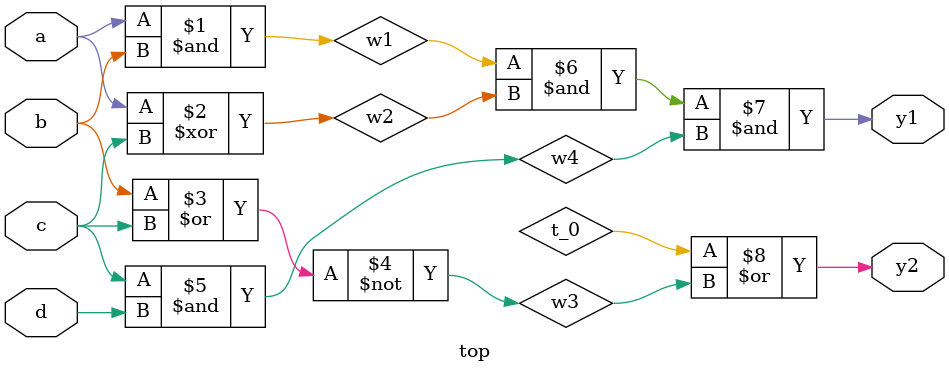
<source format=v>
module top ( a , b , c , d, y1, y2 );
input a , b , c , d;
output y1 , y2 ;
wire w1 , w2 , w3 , w4;
wire t_0 ;

and ( w1 , a , b );
xor ( w2 , a , c );
nor ( w3 , b , c );
and ( w4 , c , d );
and ( y1 , w1 , w2 , w4);
or ( y2 , t_0 , w3 );

endmodule

</source>
